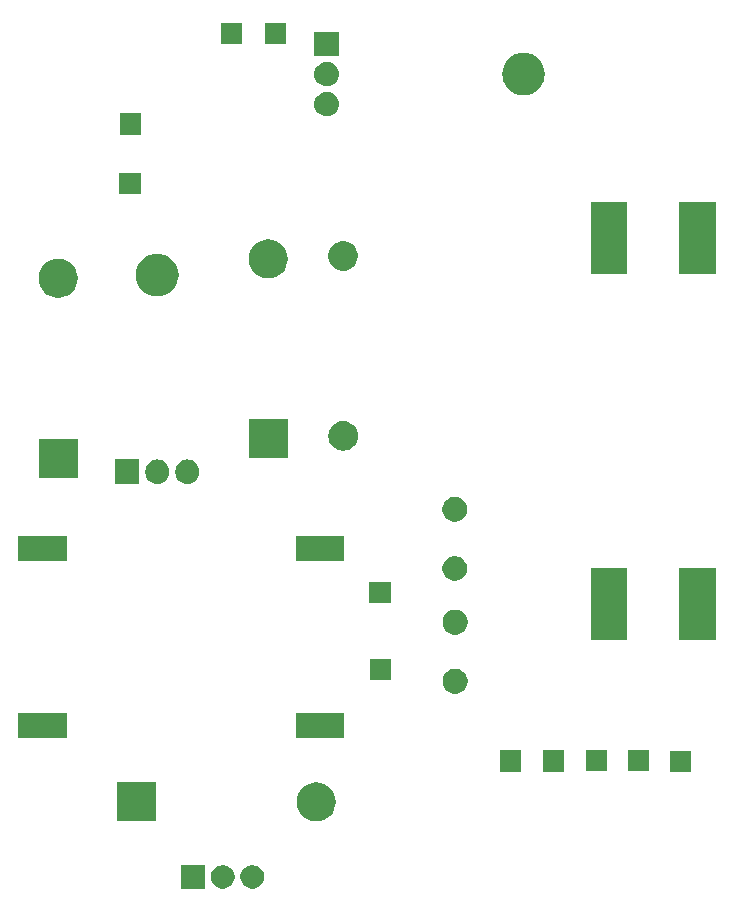
<source format=gbr>
G04 #@! TF.GenerationSoftware,KiCad,Pcbnew,5.0.2+dfsg1-1~bpo9+1*
G04 #@! TF.CreationDate,2019-02-15T20:18:05-06:00*
G04 #@! TF.ProjectId,BatteryBoard,42617474-6572-4794-926f-6172642e6b69,rev?*
G04 #@! TF.SameCoordinates,Original*
G04 #@! TF.FileFunction,Soldermask,Top*
G04 #@! TF.FilePolarity,Negative*
%FSLAX46Y46*%
G04 Gerber Fmt 4.6, Leading zero omitted, Abs format (unit mm)*
G04 Created by KiCad (PCBNEW 5.0.2+dfsg1-1~bpo9+1) date vie 15 feb 2019 20:18:05 CST*
%MOMM*%
%LPD*%
G01*
G04 APERTURE LIST*
%ADD10C,0.100000*%
G04 APERTURE END LIST*
D10*
G36*
X110447981Y-142547468D02*
X110630150Y-142622925D01*
X110794103Y-142732475D01*
X110933525Y-142871897D01*
X111043075Y-143035850D01*
X111118532Y-143218019D01*
X111157000Y-143411410D01*
X111157000Y-143608590D01*
X111118532Y-143801981D01*
X111043075Y-143984150D01*
X110933525Y-144148103D01*
X110794103Y-144287525D01*
X110630150Y-144397075D01*
X110447981Y-144472532D01*
X110254590Y-144511000D01*
X110057410Y-144511000D01*
X109864019Y-144472532D01*
X109681850Y-144397075D01*
X109517897Y-144287525D01*
X109378475Y-144148103D01*
X109268925Y-143984150D01*
X109193468Y-143801981D01*
X109155000Y-143608590D01*
X109155000Y-143411410D01*
X109193468Y-143218019D01*
X109268925Y-143035850D01*
X109378475Y-142871897D01*
X109517897Y-142732475D01*
X109681850Y-142622925D01*
X109864019Y-142547468D01*
X110057410Y-142509000D01*
X110254590Y-142509000D01*
X110447981Y-142547468D01*
X110447981Y-142547468D01*
G37*
G36*
X107947981Y-142547468D02*
X108130150Y-142622925D01*
X108294103Y-142732475D01*
X108433525Y-142871897D01*
X108543075Y-143035850D01*
X108618532Y-143218019D01*
X108657000Y-143411410D01*
X108657000Y-143608590D01*
X108618532Y-143801981D01*
X108543075Y-143984150D01*
X108433525Y-144148103D01*
X108294103Y-144287525D01*
X108130150Y-144397075D01*
X107947981Y-144472532D01*
X107754590Y-144511000D01*
X107557410Y-144511000D01*
X107364019Y-144472532D01*
X107181850Y-144397075D01*
X107017897Y-144287525D01*
X106878475Y-144148103D01*
X106768925Y-143984150D01*
X106693468Y-143801981D01*
X106655000Y-143608590D01*
X106655000Y-143411410D01*
X106693468Y-143218019D01*
X106768925Y-143035850D01*
X106878475Y-142871897D01*
X107017897Y-142732475D01*
X107181850Y-142622925D01*
X107364019Y-142547468D01*
X107557410Y-142509000D01*
X107754590Y-142509000D01*
X107947981Y-142547468D01*
X107947981Y-142547468D01*
G37*
G36*
X106157000Y-144511000D02*
X104155000Y-144511000D01*
X104155000Y-142509000D01*
X106157000Y-142509000D01*
X106157000Y-144511000D01*
X106157000Y-144511000D01*
G37*
G36*
X115893654Y-135532888D02*
X116204865Y-135627294D01*
X116491686Y-135780603D01*
X116743082Y-135986918D01*
X116949397Y-136238314D01*
X117102706Y-136525135D01*
X117197112Y-136836346D01*
X117228988Y-137160000D01*
X117197112Y-137483654D01*
X117102706Y-137794865D01*
X116949397Y-138081686D01*
X116743082Y-138333082D01*
X116491686Y-138539397D01*
X116204865Y-138692706D01*
X115893654Y-138787112D01*
X115651107Y-138811000D01*
X115488893Y-138811000D01*
X115246346Y-138787112D01*
X114935135Y-138692706D01*
X114648314Y-138539397D01*
X114396918Y-138333082D01*
X114190603Y-138081686D01*
X114037294Y-137794865D01*
X113942888Y-137483654D01*
X113911012Y-137160000D01*
X113942888Y-136836346D01*
X114037294Y-136525135D01*
X114190603Y-136238314D01*
X114396918Y-135986918D01*
X114648314Y-135780603D01*
X114935135Y-135627294D01*
X115246346Y-135532888D01*
X115488893Y-135509000D01*
X115651107Y-135509000D01*
X115893654Y-135532888D01*
X115893654Y-135532888D01*
G37*
G36*
X101981000Y-138811000D02*
X98679000Y-138811000D01*
X98679000Y-135509000D01*
X101981000Y-135509000D01*
X101981000Y-138811000D01*
X101981000Y-138811000D01*
G37*
G36*
X147332000Y-134619300D02*
X145530000Y-134619300D01*
X145530000Y-132817300D01*
X147332000Y-132817300D01*
X147332000Y-134619300D01*
X147332000Y-134619300D01*
G37*
G36*
X136556101Y-134610401D02*
X134754101Y-134610401D01*
X134754101Y-132808401D01*
X136556101Y-132808401D01*
X136556101Y-134610401D01*
X136556101Y-134610401D01*
G37*
G36*
X132906101Y-134610401D02*
X131104101Y-134610401D01*
X131104101Y-132808401D01*
X132906101Y-132808401D01*
X132906101Y-134610401D01*
X132906101Y-134610401D01*
G37*
G36*
X140181900Y-134581200D02*
X138379900Y-134581200D01*
X138379900Y-132779200D01*
X140181900Y-132779200D01*
X140181900Y-134581200D01*
X140181900Y-134581200D01*
G37*
G36*
X143737900Y-134581200D02*
X141935900Y-134581200D01*
X141935900Y-132779200D01*
X143737900Y-132779200D01*
X143737900Y-134581200D01*
X143737900Y-134581200D01*
G37*
G36*
X94429000Y-131741000D02*
X90327000Y-131741000D01*
X90327000Y-129639000D01*
X94429000Y-129639000D01*
X94429000Y-131741000D01*
X94429000Y-131741000D01*
G37*
G36*
X117929000Y-131741000D02*
X113827000Y-131741000D01*
X113827000Y-129639000D01*
X117929000Y-129639000D01*
X117929000Y-131741000D01*
X117929000Y-131741000D01*
G37*
G36*
X127636765Y-125925889D02*
X127828034Y-126005115D01*
X128000176Y-126120137D01*
X128146563Y-126266524D01*
X128261585Y-126438666D01*
X128340811Y-126629935D01*
X128381200Y-126832984D01*
X128381200Y-127040016D01*
X128340811Y-127243065D01*
X128261585Y-127434334D01*
X128146563Y-127606476D01*
X128000176Y-127752863D01*
X127828034Y-127867885D01*
X127636765Y-127947111D01*
X127433716Y-127987500D01*
X127226684Y-127987500D01*
X127023635Y-127947111D01*
X126832366Y-127867885D01*
X126660224Y-127752863D01*
X126513837Y-127606476D01*
X126398815Y-127434334D01*
X126319589Y-127243065D01*
X126279200Y-127040016D01*
X126279200Y-126832984D01*
X126319589Y-126629935D01*
X126398815Y-126438666D01*
X126513837Y-126266524D01*
X126660224Y-126120137D01*
X126832366Y-126005115D01*
X127023635Y-125925889D01*
X127226684Y-125885500D01*
X127433716Y-125885500D01*
X127636765Y-125925889D01*
X127636765Y-125925889D01*
G37*
G36*
X121906600Y-126859600D02*
X120104600Y-126859600D01*
X120104600Y-125057600D01*
X121906600Y-125057600D01*
X121906600Y-126859600D01*
X121906600Y-126859600D01*
G37*
G36*
X149395200Y-123473700D02*
X146293200Y-123473700D01*
X146293200Y-117371700D01*
X149395200Y-117371700D01*
X149395200Y-123473700D01*
X149395200Y-123473700D01*
G37*
G36*
X141895200Y-123473700D02*
X138793200Y-123473700D01*
X138793200Y-117371700D01*
X141895200Y-117371700D01*
X141895200Y-123473700D01*
X141895200Y-123473700D01*
G37*
G36*
X127636765Y-120925889D02*
X127828034Y-121005115D01*
X128000176Y-121120137D01*
X128146563Y-121266524D01*
X128261585Y-121438666D01*
X128340811Y-121629935D01*
X128381200Y-121832984D01*
X128381200Y-122040016D01*
X128340811Y-122243065D01*
X128261585Y-122434334D01*
X128146563Y-122606476D01*
X128000176Y-122752863D01*
X127828034Y-122867885D01*
X127636765Y-122947111D01*
X127433716Y-122987500D01*
X127226684Y-122987500D01*
X127023635Y-122947111D01*
X126832366Y-122867885D01*
X126660224Y-122752863D01*
X126513837Y-122606476D01*
X126398815Y-122434334D01*
X126319589Y-122243065D01*
X126279200Y-122040016D01*
X126279200Y-121832984D01*
X126319589Y-121629935D01*
X126398815Y-121438666D01*
X126513837Y-121266524D01*
X126660224Y-121120137D01*
X126832366Y-121005115D01*
X127023635Y-120925889D01*
X127226684Y-120885500D01*
X127433716Y-120885500D01*
X127636765Y-120925889D01*
X127636765Y-120925889D01*
G37*
G36*
X121868500Y-120306400D02*
X120066500Y-120306400D01*
X120066500Y-118504400D01*
X121868500Y-118504400D01*
X121868500Y-120306400D01*
X121868500Y-120306400D01*
G37*
G36*
X127598665Y-116384389D02*
X127789934Y-116463615D01*
X127962076Y-116578637D01*
X128108463Y-116725024D01*
X128223485Y-116897166D01*
X128302711Y-117088435D01*
X128343100Y-117291484D01*
X128343100Y-117498516D01*
X128302711Y-117701565D01*
X128223485Y-117892834D01*
X128108463Y-118064976D01*
X127962076Y-118211363D01*
X127789934Y-118326385D01*
X127598665Y-118405611D01*
X127395616Y-118446000D01*
X127188584Y-118446000D01*
X126985535Y-118405611D01*
X126794266Y-118326385D01*
X126622124Y-118211363D01*
X126475737Y-118064976D01*
X126360715Y-117892834D01*
X126281489Y-117701565D01*
X126241100Y-117498516D01*
X126241100Y-117291484D01*
X126281489Y-117088435D01*
X126360715Y-116897166D01*
X126475737Y-116725024D01*
X126622124Y-116578637D01*
X126794266Y-116463615D01*
X126985535Y-116384389D01*
X127188584Y-116344000D01*
X127395616Y-116344000D01*
X127598665Y-116384389D01*
X127598665Y-116384389D01*
G37*
G36*
X94429000Y-116741000D02*
X90327000Y-116741000D01*
X90327000Y-114639000D01*
X94429000Y-114639000D01*
X94429000Y-116741000D01*
X94429000Y-116741000D01*
G37*
G36*
X117929000Y-116741000D02*
X113827000Y-116741000D01*
X113827000Y-114639000D01*
X117929000Y-114639000D01*
X117929000Y-116741000D01*
X117929000Y-116741000D01*
G37*
G36*
X127598665Y-111384389D02*
X127789934Y-111463615D01*
X127962076Y-111578637D01*
X128108463Y-111725024D01*
X128223485Y-111897166D01*
X128302711Y-112088435D01*
X128343100Y-112291484D01*
X128343100Y-112498516D01*
X128302711Y-112701565D01*
X128223485Y-112892834D01*
X128108463Y-113064976D01*
X127962076Y-113211363D01*
X127789934Y-113326385D01*
X127598665Y-113405611D01*
X127395616Y-113446000D01*
X127188584Y-113446000D01*
X126985535Y-113405611D01*
X126794266Y-113326385D01*
X126622124Y-113211363D01*
X126475737Y-113064976D01*
X126360715Y-112892834D01*
X126281489Y-112701565D01*
X126241100Y-112498516D01*
X126241100Y-112291484D01*
X126281489Y-112088435D01*
X126360715Y-111897166D01*
X126475737Y-111725024D01*
X126622124Y-111578637D01*
X126794266Y-111463615D01*
X126985535Y-111384389D01*
X127188584Y-111344000D01*
X127395616Y-111344000D01*
X127598665Y-111384389D01*
X127598665Y-111384389D01*
G37*
G36*
X104844719Y-108183520D02*
X105033880Y-108240901D01*
X105208212Y-108334083D01*
X105361015Y-108459485D01*
X105486417Y-108612288D01*
X105579599Y-108786619D01*
X105636980Y-108975780D01*
X105651500Y-109123206D01*
X105651500Y-109316793D01*
X105636980Y-109464219D01*
X105579599Y-109653380D01*
X105486417Y-109827712D01*
X105361015Y-109980515D01*
X105208212Y-110105917D01*
X105033881Y-110199099D01*
X104844720Y-110256480D01*
X104648000Y-110275855D01*
X104451281Y-110256480D01*
X104262120Y-110199099D01*
X104087788Y-110105917D01*
X103934985Y-109980515D01*
X103809583Y-109827712D01*
X103716401Y-109653381D01*
X103659020Y-109464220D01*
X103644500Y-109316794D01*
X103644500Y-109123207D01*
X103659020Y-108975781D01*
X103716401Y-108786620D01*
X103809583Y-108612288D01*
X103934985Y-108459485D01*
X104087788Y-108334083D01*
X104262119Y-108240901D01*
X104451280Y-108183520D01*
X104648000Y-108164145D01*
X104844719Y-108183520D01*
X104844719Y-108183520D01*
G37*
G36*
X102304719Y-108183520D02*
X102493880Y-108240901D01*
X102668212Y-108334083D01*
X102821015Y-108459485D01*
X102946417Y-108612288D01*
X103039599Y-108786619D01*
X103096980Y-108975780D01*
X103111500Y-109123206D01*
X103111500Y-109316793D01*
X103096980Y-109464219D01*
X103039599Y-109653380D01*
X102946417Y-109827712D01*
X102821015Y-109980515D01*
X102668212Y-110105917D01*
X102493881Y-110199099D01*
X102304720Y-110256480D01*
X102108000Y-110275855D01*
X101911281Y-110256480D01*
X101722120Y-110199099D01*
X101547788Y-110105917D01*
X101394985Y-109980515D01*
X101269583Y-109827712D01*
X101176401Y-109653381D01*
X101119020Y-109464220D01*
X101104500Y-109316794D01*
X101104500Y-109123207D01*
X101119020Y-108975781D01*
X101176401Y-108786620D01*
X101269583Y-108612288D01*
X101394985Y-108459485D01*
X101547788Y-108334083D01*
X101722119Y-108240901D01*
X101911280Y-108183520D01*
X102108000Y-108164145D01*
X102304719Y-108183520D01*
X102304719Y-108183520D01*
G37*
G36*
X100571500Y-110271000D02*
X98564500Y-110271000D01*
X98564500Y-108169000D01*
X100571500Y-108169000D01*
X100571500Y-110271000D01*
X100571500Y-110271000D01*
G37*
G36*
X95377000Y-109715300D02*
X92075000Y-109715300D01*
X92075000Y-106413300D01*
X95377000Y-106413300D01*
X95377000Y-109715300D01*
X95377000Y-109715300D01*
G37*
G36*
X113157000Y-108077000D02*
X109855000Y-108077000D01*
X109855000Y-104775000D01*
X113157000Y-104775000D01*
X113157000Y-108077000D01*
X113157000Y-108077000D01*
G37*
G36*
X118101239Y-104939101D02*
X118337053Y-105010634D01*
X118554381Y-105126799D01*
X118744871Y-105283129D01*
X118901201Y-105473619D01*
X119017366Y-105690947D01*
X119088899Y-105926761D01*
X119113053Y-106172000D01*
X119088899Y-106417239D01*
X119017366Y-106653053D01*
X118901201Y-106870381D01*
X118744871Y-107060871D01*
X118554381Y-107217201D01*
X118337053Y-107333366D01*
X118101239Y-107404899D01*
X117917457Y-107423000D01*
X117794543Y-107423000D01*
X117610761Y-107404899D01*
X117374947Y-107333366D01*
X117157619Y-107217201D01*
X116967129Y-107060871D01*
X116810799Y-106870381D01*
X116694634Y-106653053D01*
X116623101Y-106417239D01*
X116598947Y-106172000D01*
X116623101Y-105926761D01*
X116694634Y-105690947D01*
X116810799Y-105473619D01*
X116967129Y-105283129D01*
X117157619Y-105126799D01*
X117374947Y-105010634D01*
X117610761Y-104939101D01*
X117794543Y-104921000D01*
X117917457Y-104921000D01*
X118101239Y-104939101D01*
X118101239Y-104939101D01*
G37*
G36*
X94049654Y-91197188D02*
X94360865Y-91291594D01*
X94360867Y-91291595D01*
X94504276Y-91368249D01*
X94647686Y-91444903D01*
X94899082Y-91651218D01*
X95105397Y-91902614D01*
X95258706Y-92189435D01*
X95353112Y-92500646D01*
X95384988Y-92824300D01*
X95353112Y-93147954D01*
X95258706Y-93459165D01*
X95105397Y-93745986D01*
X94899082Y-93997382D01*
X94647686Y-94203697D01*
X94360865Y-94357006D01*
X94049654Y-94451412D01*
X93807107Y-94475300D01*
X93644893Y-94475300D01*
X93402346Y-94451412D01*
X93091135Y-94357006D01*
X92804314Y-94203697D01*
X92552918Y-93997382D01*
X92346603Y-93745986D01*
X92193294Y-93459165D01*
X92098888Y-93147954D01*
X92067012Y-92824300D01*
X92098888Y-92500646D01*
X92193294Y-92189435D01*
X92346603Y-91902614D01*
X92552918Y-91651218D01*
X92804314Y-91444903D01*
X92947724Y-91368249D01*
X93091133Y-91291595D01*
X93091135Y-91291594D01*
X93402346Y-91197188D01*
X93644893Y-91173300D01*
X93807107Y-91173300D01*
X94049654Y-91197188D01*
X94049654Y-91197188D01*
G37*
G36*
X102284669Y-90767686D02*
X102461058Y-90785059D01*
X102687385Y-90853714D01*
X102800549Y-90888042D01*
X103113425Y-91055279D01*
X103387661Y-91280339D01*
X103612721Y-91554575D01*
X103779958Y-91867451D01*
X103779958Y-91867452D01*
X103882941Y-92206942D01*
X103917714Y-92560000D01*
X103882941Y-92913058D01*
X103814286Y-93139385D01*
X103779958Y-93252549D01*
X103612721Y-93565425D01*
X103387661Y-93839661D01*
X103113425Y-94064721D01*
X102800549Y-94231958D01*
X102687385Y-94266286D01*
X102461058Y-94334941D01*
X102284669Y-94352314D01*
X102196476Y-94361000D01*
X102019524Y-94361000D01*
X101931331Y-94352314D01*
X101754942Y-94334941D01*
X101528615Y-94266286D01*
X101415451Y-94231958D01*
X101102575Y-94064721D01*
X100828339Y-93839661D01*
X100603279Y-93565425D01*
X100436042Y-93252549D01*
X100401714Y-93139385D01*
X100333059Y-92913058D01*
X100298286Y-92560000D01*
X100333059Y-92206942D01*
X100436042Y-91867452D01*
X100436042Y-91867451D01*
X100603279Y-91554575D01*
X100828339Y-91280339D01*
X101102575Y-91055279D01*
X101415451Y-90888042D01*
X101528615Y-90853714D01*
X101754942Y-90785059D01*
X101931331Y-90767686D01*
X102019524Y-90759000D01*
X102196476Y-90759000D01*
X102284669Y-90767686D01*
X102284669Y-90767686D01*
G37*
G36*
X111829654Y-89558888D02*
X112140865Y-89653294D01*
X112427686Y-89806603D01*
X112679082Y-90012918D01*
X112885397Y-90264314D01*
X113038706Y-90551135D01*
X113133112Y-90862346D01*
X113164988Y-91186000D01*
X113133112Y-91509654D01*
X113038706Y-91820865D01*
X112885397Y-92107686D01*
X112679082Y-92359082D01*
X112427686Y-92565397D01*
X112140865Y-92718706D01*
X111829654Y-92813112D01*
X111587107Y-92837000D01*
X111424893Y-92837000D01*
X111182346Y-92813112D01*
X110871135Y-92718706D01*
X110584314Y-92565397D01*
X110332918Y-92359082D01*
X110126603Y-92107686D01*
X109973294Y-91820865D01*
X109878888Y-91509654D01*
X109847012Y-91186000D01*
X109878888Y-90862346D01*
X109973294Y-90551135D01*
X110126603Y-90264314D01*
X110332918Y-90012918D01*
X110584314Y-89806603D01*
X110871135Y-89653294D01*
X111182346Y-89558888D01*
X111424893Y-89535000D01*
X111587107Y-89535000D01*
X111829654Y-89558888D01*
X111829654Y-89558888D01*
G37*
G36*
X149395200Y-92473700D02*
X146293200Y-92473700D01*
X146293200Y-86371700D01*
X149395200Y-86371700D01*
X149395200Y-92473700D01*
X149395200Y-92473700D01*
G37*
G36*
X141895200Y-92473700D02*
X138793200Y-92473700D01*
X138793200Y-86371700D01*
X141895200Y-86371700D01*
X141895200Y-92473700D01*
X141895200Y-92473700D01*
G37*
G36*
X118039635Y-89693019D02*
X118220903Y-89729075D01*
X118448571Y-89823378D01*
X118652542Y-89959668D01*
X118653469Y-89960287D01*
X118827713Y-90134531D01*
X118827715Y-90134534D01*
X118964622Y-90339429D01*
X119058925Y-90567097D01*
X119107000Y-90808787D01*
X119107000Y-91055213D01*
X119058925Y-91296903D01*
X118964622Y-91524571D01*
X118828332Y-91728542D01*
X118827713Y-91729469D01*
X118653469Y-91903713D01*
X118653466Y-91903715D01*
X118448571Y-92040622D01*
X118220903Y-92134925D01*
X118039636Y-92170981D01*
X117979214Y-92183000D01*
X117732786Y-92183000D01*
X117672365Y-92170981D01*
X117491097Y-92134925D01*
X117263429Y-92040622D01*
X117058534Y-91903715D01*
X117058531Y-91903713D01*
X116884287Y-91729469D01*
X116883668Y-91728542D01*
X116747378Y-91524571D01*
X116653075Y-91296903D01*
X116605000Y-91055213D01*
X116605000Y-90808787D01*
X116653075Y-90567097D01*
X116747378Y-90339429D01*
X116884285Y-90134534D01*
X116884287Y-90134531D01*
X117058531Y-89960287D01*
X117059458Y-89959668D01*
X117263429Y-89823378D01*
X117491097Y-89729075D01*
X117672364Y-89693019D01*
X117732786Y-89681000D01*
X117979214Y-89681000D01*
X118039635Y-89693019D01*
X118039635Y-89693019D01*
G37*
G36*
X100710300Y-85698900D02*
X98908300Y-85698900D01*
X98908300Y-83896900D01*
X100710300Y-83896900D01*
X100710300Y-85698900D01*
X100710300Y-85698900D01*
G37*
G36*
X100773800Y-80657000D02*
X98971800Y-80657000D01*
X98971800Y-78855000D01*
X100773800Y-78855000D01*
X100773800Y-80657000D01*
X100773800Y-80657000D01*
G37*
G36*
X116614764Y-77081908D02*
X116703220Y-77090620D01*
X116892381Y-77148001D01*
X117066712Y-77241183D01*
X117219515Y-77366585D01*
X117344917Y-77519388D01*
X117438099Y-77693719D01*
X117495480Y-77882880D01*
X117514855Y-78079600D01*
X117495480Y-78276320D01*
X117438099Y-78465481D01*
X117344917Y-78639812D01*
X117219515Y-78792615D01*
X117066712Y-78918017D01*
X116892381Y-79011199D01*
X116703220Y-79068580D01*
X116614764Y-79077292D01*
X116555796Y-79083100D01*
X116362204Y-79083100D01*
X116303236Y-79077292D01*
X116214780Y-79068580D01*
X116025619Y-79011199D01*
X115851288Y-78918017D01*
X115698485Y-78792615D01*
X115573083Y-78639812D01*
X115479901Y-78465481D01*
X115422520Y-78276320D01*
X115403145Y-78079600D01*
X115422520Y-77882880D01*
X115479901Y-77693719D01*
X115573083Y-77519388D01*
X115698485Y-77366585D01*
X115851288Y-77241183D01*
X116025619Y-77148001D01*
X116214780Y-77090620D01*
X116303236Y-77081908D01*
X116362204Y-77076100D01*
X116555796Y-77076100D01*
X116614764Y-77081908D01*
X116614764Y-77081908D01*
G37*
G36*
X133295669Y-73747286D02*
X133472058Y-73764659D01*
X133698385Y-73833314D01*
X133811549Y-73867642D01*
X134124425Y-74034879D01*
X134398661Y-74259939D01*
X134623721Y-74534175D01*
X134790958Y-74847051D01*
X134790958Y-74847052D01*
X134893941Y-75186542D01*
X134928714Y-75539600D01*
X134893941Y-75892658D01*
X134831102Y-76099810D01*
X134790958Y-76232149D01*
X134623721Y-76545025D01*
X134398661Y-76819261D01*
X134124425Y-77044321D01*
X133811549Y-77211558D01*
X133713887Y-77241183D01*
X133472058Y-77314541D01*
X133295669Y-77331914D01*
X133207476Y-77340600D01*
X133030524Y-77340600D01*
X132942331Y-77331914D01*
X132765942Y-77314541D01*
X132524113Y-77241183D01*
X132426451Y-77211558D01*
X132113575Y-77044321D01*
X131839339Y-76819261D01*
X131614279Y-76545025D01*
X131447042Y-76232149D01*
X131406898Y-76099810D01*
X131344059Y-75892658D01*
X131309286Y-75539600D01*
X131344059Y-75186542D01*
X131447042Y-74847052D01*
X131447042Y-74847051D01*
X131614279Y-74534175D01*
X131839339Y-74259939D01*
X132113575Y-74034879D01*
X132426451Y-73867642D01*
X132539615Y-73833314D01*
X132765942Y-73764659D01*
X132942331Y-73747286D01*
X133030524Y-73738600D01*
X133207476Y-73738600D01*
X133295669Y-73747286D01*
X133295669Y-73747286D01*
G37*
G36*
X116614764Y-74541908D02*
X116703220Y-74550620D01*
X116892381Y-74608001D01*
X117066712Y-74701183D01*
X117219515Y-74826585D01*
X117344917Y-74979388D01*
X117438099Y-75153719D01*
X117495480Y-75342880D01*
X117514855Y-75539600D01*
X117495480Y-75736320D01*
X117438099Y-75925481D01*
X117344917Y-76099812D01*
X117219515Y-76252615D01*
X117066712Y-76378017D01*
X116892381Y-76471199D01*
X116703220Y-76528580D01*
X116614764Y-76537292D01*
X116555796Y-76543100D01*
X116362204Y-76543100D01*
X116303236Y-76537292D01*
X116214780Y-76528580D01*
X116025619Y-76471199D01*
X115851288Y-76378017D01*
X115698485Y-76252615D01*
X115573083Y-76099812D01*
X115479901Y-75925481D01*
X115422520Y-75736320D01*
X115403145Y-75539600D01*
X115422520Y-75342880D01*
X115479901Y-75153719D01*
X115573083Y-74979388D01*
X115698485Y-74826585D01*
X115851288Y-74701183D01*
X116025619Y-74608001D01*
X116214780Y-74550620D01*
X116303236Y-74541908D01*
X116362204Y-74536100D01*
X116555796Y-74536100D01*
X116614764Y-74541908D01*
X116614764Y-74541908D01*
G37*
G36*
X117510000Y-74003100D02*
X115408000Y-74003100D01*
X115408000Y-71996100D01*
X117510000Y-71996100D01*
X117510000Y-74003100D01*
X117510000Y-74003100D01*
G37*
G36*
X109282800Y-72973500D02*
X107480800Y-72973500D01*
X107480800Y-71171500D01*
X109282800Y-71171500D01*
X109282800Y-72973500D01*
X109282800Y-72973500D01*
G37*
G36*
X113029300Y-72973500D02*
X111227300Y-72973500D01*
X111227300Y-71171500D01*
X113029300Y-71171500D01*
X113029300Y-72973500D01*
X113029300Y-72973500D01*
G37*
M02*

</source>
